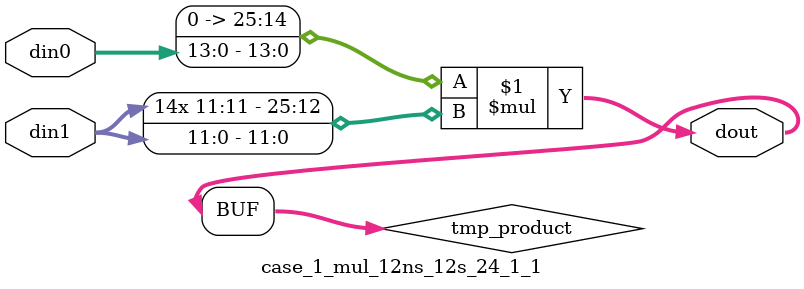
<source format=v>

`timescale 1 ns / 1 ps

 (* use_dsp = "no" *)  module case_1_mul_12ns_12s_24_1_1(din0, din1, dout);
parameter ID = 1;
parameter NUM_STAGE = 0;
parameter din0_WIDTH = 14;
parameter din1_WIDTH = 12;
parameter dout_WIDTH = 26;

input [din0_WIDTH - 1 : 0] din0; 
input [din1_WIDTH - 1 : 0] din1; 
output [dout_WIDTH - 1 : 0] dout;

wire signed [dout_WIDTH - 1 : 0] tmp_product;

























assign tmp_product = $signed({1'b0, din0}) * $signed(din1);










assign dout = tmp_product;





















endmodule

</source>
